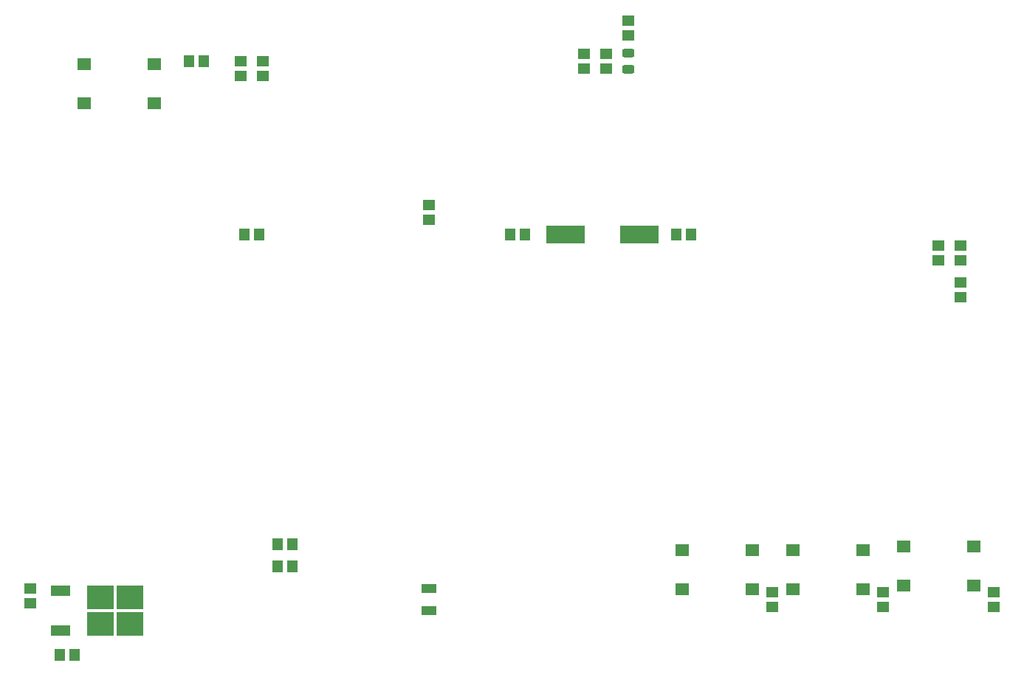
<source format=gbr>
%TF.GenerationSoftware,KiCad,Pcbnew,(6.0.5)*%
%TF.CreationDate,2022-07-21T11:20:11-07:00*%
%TF.ProjectId,clock,636c6f63-6b2e-46b6-9963-61645f706362,rev?*%
%TF.SameCoordinates,Original*%
%TF.FileFunction,Paste,Top*%
%TF.FilePolarity,Positive*%
%FSLAX46Y46*%
G04 Gerber Fmt 4.6, Leading zero omitted, Abs format (unit mm)*
G04 Created by KiCad (PCBNEW (6.0.5)) date 2022-07-21 11:20:11*
%MOMM*%
%LPD*%
G01*
G04 APERTURE LIST*
G04 Aperture macros list*
%AMRoundRect*
0 Rectangle with rounded corners*
0 $1 Rounding radius*
0 $2 $3 $4 $5 $6 $7 $8 $9 X,Y pos of 4 corners*
0 Add a 4 corners polygon primitive as box body*
4,1,4,$2,$3,$4,$5,$6,$7,$8,$9,$2,$3,0*
0 Add four circle primitives for the rounded corners*
1,1,$1+$1,$2,$3*
1,1,$1+$1,$4,$5*
1,1,$1+$1,$6,$7*
1,1,$1+$1,$8,$9*
0 Add four rect primitives between the rounded corners*
20,1,$1+$1,$2,$3,$4,$5,0*
20,1,$1+$1,$4,$5,$6,$7,0*
20,1,$1+$1,$6,$7,$8,$9,0*
20,1,$1+$1,$8,$9,$2,$3,0*%
G04 Aperture macros list end*
%ADD10R,1.150000X1.400000*%
%ADD11R,1.400000X1.150000*%
%ADD12R,1.600000X1.400000*%
%ADD13RoundRect,0.243750X-0.456250X0.243750X-0.456250X-0.243750X0.456250X-0.243750X0.456250X0.243750X0*%
%ADD14R,1.800000X1.000000*%
%ADD15R,3.050000X2.750000*%
%ADD16R,2.200000X1.200000*%
%ADD17R,4.500000X2.000000*%
G04 APERTURE END LIST*
D10*
%TO.C,R9*%
X113880000Y-87630000D03*
X112180000Y-87630000D03*
%TD*%
D11*
%TO.C,C8*%
X191770000Y-90600000D03*
X191770000Y-88900000D03*
%TD*%
D10*
%TO.C,C7*%
X91010000Y-135890000D03*
X92710000Y-135890000D03*
%TD*%
D11*
%TO.C,R2*%
X111760000Y-67780000D03*
X111760000Y-69480000D03*
%TD*%
D10*
%TO.C,C5*%
X105830000Y-67780000D03*
X107530000Y-67780000D03*
%TD*%
%TO.C,R6*%
X115990000Y-123190000D03*
X117690000Y-123190000D03*
%TD*%
D11*
%TO.C,R11*%
X185420000Y-130390000D03*
X185420000Y-128690000D03*
%TD*%
%TO.C,R4*%
X156210000Y-64820000D03*
X156210000Y-63120000D03*
%TD*%
D10*
%TO.C,C4*%
X144360000Y-87630000D03*
X142660000Y-87630000D03*
%TD*%
D11*
%TO.C,C9*%
X194310000Y-90600000D03*
X194310000Y-88900000D03*
%TD*%
D12*
%TO.C,SW3*%
X175070000Y-123900000D03*
X183070000Y-123900000D03*
X175070000Y-128400000D03*
X183070000Y-128400000D03*
%TD*%
D11*
%TO.C,R1*%
X133350000Y-85940000D03*
X133350000Y-84240000D03*
%TD*%
%TO.C,R3*%
X114300000Y-67780000D03*
X114300000Y-69480000D03*
%TD*%
D10*
%TO.C,C3*%
X161710000Y-87630000D03*
X163410000Y-87630000D03*
%TD*%
D12*
%TO.C,SW2*%
X187770000Y-123480000D03*
X195770000Y-123480000D03*
X187770000Y-127980000D03*
X195770000Y-127980000D03*
%TD*%
D10*
%TO.C,R5*%
X117690000Y-125730000D03*
X115990000Y-125730000D03*
%TD*%
D12*
%TO.C,SW1*%
X101790000Y-72570000D03*
X93790000Y-72570000D03*
X101790000Y-68070000D03*
X93790000Y-68070000D03*
%TD*%
D13*
%TO.C,D1*%
X156210000Y-66842500D03*
X156210000Y-68717500D03*
%TD*%
D11*
%TO.C,R10*%
X198120000Y-130390000D03*
X198120000Y-128690000D03*
%TD*%
%TO.C,C6*%
X87630000Y-128270000D03*
X87630000Y-129970000D03*
%TD*%
%TO.C,R12*%
X172720000Y-130390000D03*
X172720000Y-128690000D03*
%TD*%
D14*
%TO.C,Y2*%
X133350000Y-130810000D03*
X133350000Y-128310000D03*
%TD*%
D11*
%TO.C,C1*%
X151130000Y-68630000D03*
X151130000Y-66930000D03*
%TD*%
D12*
%TO.C,SW4*%
X162370000Y-123900000D03*
X170370000Y-123900000D03*
X162370000Y-128400000D03*
X170370000Y-128400000D03*
%TD*%
D11*
%TO.C,C2*%
X153670000Y-68630000D03*
X153670000Y-66930000D03*
%TD*%
%TO.C,R7*%
X194310000Y-93130000D03*
X194310000Y-94830000D03*
%TD*%
D15*
%TO.C,U2*%
X95675000Y-132335000D03*
X95675000Y-129285000D03*
X99025000Y-132335000D03*
X99025000Y-129285000D03*
D16*
X91050000Y-128530000D03*
X91050000Y-133090000D03*
%TD*%
D17*
%TO.C,Y1*%
X157480000Y-87630000D03*
X148980000Y-87630000D03*
%TD*%
M02*

</source>
